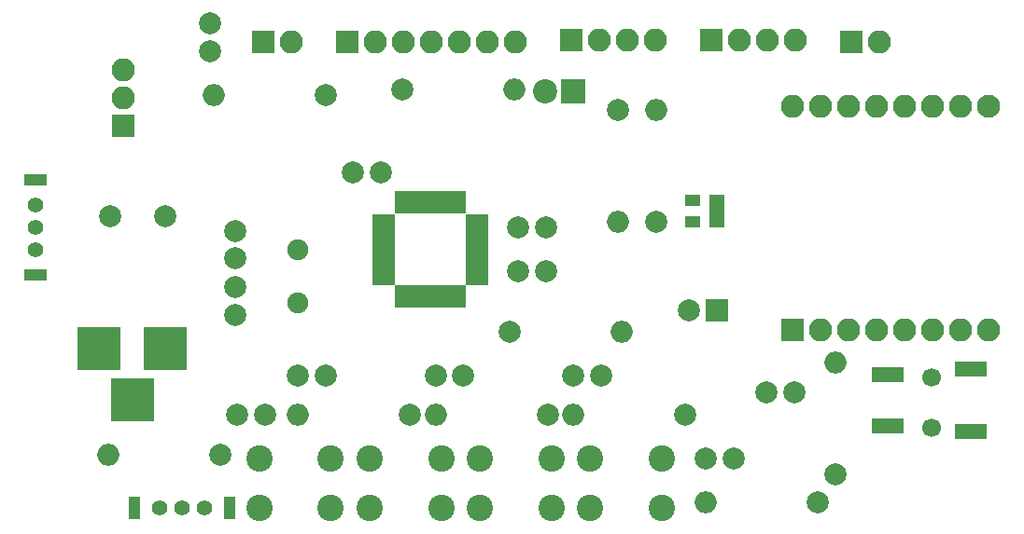
<source format=gts>
G04 #@! TF.FileFunction,Soldermask,Top*
%FSLAX46Y46*%
G04 Gerber Fmt 4.6, Leading zero omitted, Abs format (unit mm)*
G04 Created by KiCad (PCBNEW 4.0.1-stable) date 2018/09/01 18:49:11*
%MOMM*%
G01*
G04 APERTURE LIST*
%ADD10C,0.100000*%
%ADD11C,2.000000*%
%ADD12R,3.900000X3.900000*%
%ADD13R,2.200000X2.200000*%
%ADD14C,2.200000*%
%ADD15R,2.000000X0.950000*%
%ADD16R,0.950000X2.000000*%
%ADD17R,3.000000X1.400000*%
%ADD18C,1.700000*%
%ADD19R,2.100000X2.100000*%
%ADD20O,2.100000X2.100000*%
%ADD21O,2.000000X2.000000*%
%ADD22C,1.400000*%
%ADD23R,2.000000X1.100000*%
%ADD24R,1.100000X2.000000*%
%ADD25R,1.460000X1.050000*%
%ADD26C,1.900000*%
%ADD27C,2.100000*%
%ADD28R,2.000000X2.000000*%
%ADD29C,2.400000*%
G04 APERTURE END LIST*
D10*
D11*
X82000000Y-83000000D03*
X84500000Y-83000000D03*
X97000000Y-92000000D03*
X99500000Y-92000000D03*
X97000000Y-88000000D03*
X99500000Y-88000000D03*
X71320000Y-95925000D03*
X71320000Y-93425000D03*
X71320000Y-88305000D03*
X71320000Y-90805000D03*
X119500000Y-103000000D03*
X122000000Y-103000000D03*
X77000000Y-101500000D03*
X79500000Y-101500000D03*
X89500000Y-101500000D03*
X92000000Y-101500000D03*
X69000000Y-72000000D03*
X69000000Y-69500000D03*
X102000000Y-101500000D03*
X104500000Y-101500000D03*
X71500000Y-105000000D03*
X74000000Y-105000000D03*
X114000000Y-109000000D03*
X116500000Y-109000000D03*
D12*
X65000000Y-99000000D03*
X59000000Y-99000000D03*
X62000000Y-103700000D03*
D13*
X101940000Y-75600000D03*
D14*
X99400000Y-75600000D03*
D11*
X60000000Y-87000000D03*
X65000000Y-87000000D03*
D15*
X84750000Y-87200000D03*
X84750000Y-88000000D03*
X84750000Y-88800000D03*
X84750000Y-89600000D03*
X84750000Y-90400000D03*
X84750000Y-91200000D03*
X84750000Y-92000000D03*
X84750000Y-92800000D03*
D16*
X86200000Y-94250000D03*
X87000000Y-94250000D03*
X87800000Y-94250000D03*
X88600000Y-94250000D03*
X89400000Y-94250000D03*
X90200000Y-94250000D03*
X91000000Y-94250000D03*
X91800000Y-94250000D03*
D15*
X93250000Y-92800000D03*
X93250000Y-92000000D03*
X93250000Y-91200000D03*
X93250000Y-90400000D03*
X93250000Y-89600000D03*
X93250000Y-88800000D03*
X93250000Y-88000000D03*
X93250000Y-87200000D03*
D16*
X91800000Y-85750000D03*
X91000000Y-85750000D03*
X90200000Y-85750000D03*
X89400000Y-85750000D03*
X88600000Y-85750000D03*
X87800000Y-85750000D03*
X87000000Y-85750000D03*
X86200000Y-85750000D03*
D17*
X138000000Y-106550000D03*
X138000000Y-100850000D03*
X130500000Y-106000000D03*
X130500000Y-101400000D03*
D18*
X134500000Y-106200000D03*
X134500000Y-101600000D03*
D19*
X61160000Y-78780000D03*
D20*
X61160000Y-76240000D03*
X61160000Y-73700000D03*
D19*
X127200000Y-71160000D03*
D20*
X129740000Y-71160000D03*
D19*
X73860000Y-71160000D03*
D20*
X76400000Y-71160000D03*
D11*
X86500000Y-75500000D03*
D21*
X96660000Y-75500000D03*
D11*
X106000000Y-77340000D03*
D21*
X106000000Y-87500000D03*
D11*
X109500000Y-87500000D03*
D21*
X109500000Y-77340000D03*
D11*
X87160000Y-105000000D03*
D21*
X77000000Y-105000000D03*
D11*
X99660000Y-105000000D03*
D21*
X89500000Y-105000000D03*
D11*
X79500000Y-76000000D03*
D21*
X69340000Y-76000000D03*
D11*
X112160000Y-105000000D03*
D21*
X102000000Y-105000000D03*
D11*
X70000000Y-108625000D03*
D21*
X59840000Y-108625000D03*
D11*
X124160000Y-113000000D03*
D21*
X114000000Y-113000000D03*
D22*
X53200000Y-86000000D03*
X53200000Y-88000000D03*
X53200000Y-90000000D03*
D23*
X53200000Y-83650000D03*
X53200000Y-92350000D03*
D22*
X64500000Y-113500000D03*
X66500000Y-113500000D03*
X68500000Y-113500000D03*
D24*
X62150000Y-113500000D03*
X70850000Y-113500000D03*
D25*
X115000000Y-87450000D03*
X115000000Y-86500000D03*
X115000000Y-85550000D03*
X112800000Y-85550000D03*
X112800000Y-87450000D03*
D26*
X77000000Y-94880000D03*
X77000000Y-90000000D03*
D20*
X121840000Y-77000000D03*
X124380000Y-77000000D03*
X126920000Y-77000000D03*
X129460000Y-77000000D03*
X132000000Y-77000000D03*
X134540000Y-77000000D03*
X137080000Y-77000000D03*
D27*
X139620000Y-77000000D03*
D19*
X121840000Y-97320000D03*
D20*
X124380000Y-97320000D03*
X126920000Y-97320000D03*
X129460000Y-97320000D03*
X132000000Y-97320000D03*
X134540000Y-97320000D03*
X137080000Y-97320000D03*
X139620000Y-97320000D03*
D19*
X114500000Y-71000000D03*
D20*
X117040000Y-71000000D03*
X119580000Y-71000000D03*
X122120000Y-71000000D03*
D19*
X101800000Y-71000000D03*
D20*
X104340000Y-71000000D03*
X106880000Y-71000000D03*
X109420000Y-71000000D03*
D19*
X81480000Y-71160000D03*
D20*
X84020000Y-71160000D03*
X86560000Y-71160000D03*
X89100000Y-71160000D03*
X91640000Y-71160000D03*
X94180000Y-71160000D03*
X96720000Y-71160000D03*
D28*
X115000000Y-95500000D03*
D11*
X112500000Y-95500000D03*
D29*
X73500000Y-113500000D03*
X73500000Y-109000000D03*
X80000000Y-113500000D03*
X80000000Y-109000000D03*
X83500000Y-113500000D03*
X83500000Y-109000000D03*
X90000000Y-113500000D03*
X90000000Y-109000000D03*
X93500000Y-113500000D03*
X93500000Y-109000000D03*
X100000000Y-113500000D03*
X100000000Y-109000000D03*
X103500000Y-113500000D03*
X103500000Y-109000000D03*
X110000000Y-113500000D03*
X110000000Y-109000000D03*
D11*
X96250000Y-97500000D03*
D21*
X106410000Y-97500000D03*
D11*
X125750000Y-110410000D03*
D21*
X125750000Y-100250000D03*
M02*

</source>
